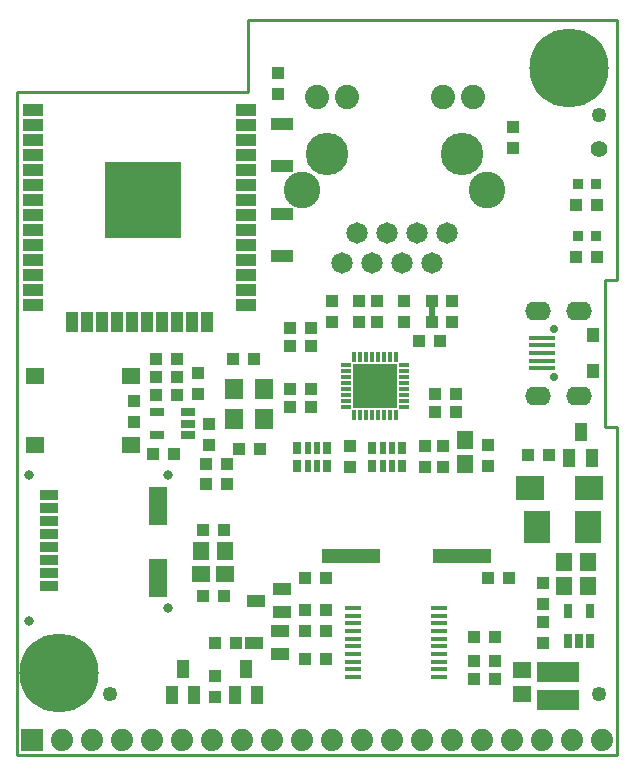
<source format=gbr>
G04 #@! TF.GenerationSoftware,KiCad,Pcbnew,no-vcs-found-36e5906~58~ubuntu16.04.1*
G04 #@! TF.CreationDate,2017-07-11T16:23:02+03:00*
G04 #@! TF.ProjectId,ESP32-GATEWAY_Rev_B,45535033322D474154455741595F5265,A*
G04 #@! TF.SameCoordinates,Original
G04 #@! TF.FileFunction,Soldermask,Top*
G04 #@! TF.FilePolarity,Negative*
%FSLAX46Y46*%
G04 Gerber Fmt 4.6, Leading zero omitted, Abs format (unit mm)*
G04 Created by KiCad (PCBNEW no-vcs-found-36e5906~58~ubuntu16.04.1) date Tue Jul 11 16:23:02 2017*
%MOMM*%
%LPD*%
G01*
G04 APERTURE LIST*
%ADD10C,0.100000*%
%ADD11C,0.254000*%
%ADD12R,1.371600X0.426600*%
%ADD13C,1.254000*%
%ADD14C,1.600000*%
%ADD15C,6.700000*%
%ADD16R,3.701600X3.701600*%
%ADD17R,0.800000X0.800000*%
%ADD18R,1.822400X1.822400*%
%ADD19R,0.351600X0.901600*%
%ADD20R,0.901600X0.351600*%
%ADD21R,1.117600X1.117600*%
%ADD22R,0.601600X0.881600*%
%ADD23C,1.700000*%
%ADD24C,2.400000*%
%ADD25R,6.400000X6.400000*%
%ADD26R,1.801600X1.001600*%
%ADD27R,1.001600X1.801600*%
%ADD28R,1.601600X3.201600*%
%ADD29C,0.800000*%
%ADD30R,1.601600X0.901600*%
%ADD31C,3.600000*%
%ADD32C,2.050000*%
%ADD33C,3.100000*%
%ADD34C,1.810000*%
%ADD35R,1.625600X1.371600*%
%ADD36R,1.371600X1.625600*%
%ADD37R,1.600000X1.800000*%
%ADD38C,1.400000*%
%ADD39R,3.601600X1.701600*%
%ADD40R,0.901600X0.901600*%
%ADD41R,0.482600X1.117600*%
%ADD42R,0.736600X1.117600*%
%ADD43R,0.651600X1.301600*%
%ADD44R,1.879600X1.117600*%
%ADD45R,2.400000X2.100000*%
%ADD46R,1.101600X1.501600*%
%ADD47R,4.927600X1.201600*%
%ADD48R,1.501600X1.101600*%
%ADD49R,1.301600X0.651600*%
%ADD50O,2.200000X1.600000*%
%ADD51R,1.100000X1.200000*%
%ADD52C,0.700000*%
%ADD53R,2.250000X0.425000*%
%ADD54C,1.879600*%
%ADD55R,1.879600X1.879600*%
%ADD56R,2.178000X2.686000*%
G04 APERTURE END LIST*
D10*
D11*
X120396000Y-101473000D02*
X120396000Y-129286000D01*
X119380000Y-101473000D02*
X120396000Y-101473000D01*
X119380000Y-89027000D02*
X119380000Y-101473000D01*
X120396000Y-89027000D02*
X119380000Y-89027000D01*
X120396000Y-67056000D02*
X120396000Y-89027000D01*
X120396000Y-67056000D02*
X89154000Y-67056000D01*
X69596000Y-129286000D02*
X120396000Y-129286000D01*
X69596000Y-73152000D02*
X69596000Y-129286000D01*
X89154000Y-73152000D02*
X89154000Y-67056000D01*
X69596000Y-73152000D02*
X89154000Y-73152000D01*
D12*
X105346500Y-122686000D03*
X105346500Y-122036000D03*
X105346500Y-121386000D03*
X105346500Y-120736000D03*
X105346500Y-120086000D03*
X105346500Y-119436000D03*
X105346500Y-118786000D03*
X105346500Y-118136000D03*
X105346500Y-117486000D03*
X105346500Y-116836000D03*
X98107500Y-116836000D03*
X98107500Y-117486000D03*
X98107500Y-118136000D03*
X98107500Y-118786000D03*
X98107500Y-119436000D03*
X98107500Y-120086000D03*
X98107500Y-120736000D03*
X98107500Y-121386000D03*
X98107500Y-122036000D03*
X98107500Y-122686000D03*
D13*
X118872000Y-124079000D03*
D14*
X113919000Y-71120000D03*
X118745000Y-71120000D03*
X117983000Y-72771000D03*
X114681000Y-72898000D03*
X117983000Y-69469000D03*
X114681000Y-69469000D03*
X116332000Y-73533000D03*
X116332000Y-68707000D03*
D15*
X116332000Y-71120000D03*
X73152000Y-122301000D03*
D14*
X73152000Y-119888000D03*
X73152000Y-124714000D03*
X71501000Y-120650000D03*
X74803000Y-120650000D03*
X71501000Y-124079000D03*
X74803000Y-123952000D03*
X75565000Y-122301000D03*
X70739000Y-122301000D03*
D16*
X99949000Y-98044000D03*
D17*
X101249000Y-97544000D03*
X101249000Y-98544000D03*
X100449000Y-99344000D03*
X99449000Y-99344000D03*
X98649000Y-98544000D03*
X98649000Y-97544000D03*
X99449000Y-96744000D03*
X100449000Y-96744000D03*
D18*
X99949000Y-98044000D03*
D19*
X98199000Y-95594000D03*
X98699000Y-95594000D03*
X99199000Y-95594000D03*
X99699000Y-95594000D03*
X100199000Y-95594000D03*
X100699000Y-95594000D03*
X101199000Y-95594000D03*
X101699000Y-95594000D03*
D20*
X102399000Y-96294000D03*
X102399000Y-96794000D03*
X102399000Y-97294000D03*
X102399000Y-97794000D03*
X102399000Y-98294000D03*
X102399000Y-98794000D03*
X102399000Y-99294000D03*
X102399000Y-99794000D03*
D19*
X101699000Y-100494000D03*
X101199000Y-100494000D03*
X100699000Y-100494000D03*
X100199000Y-100494000D03*
X99699000Y-100494000D03*
X99199000Y-100494000D03*
X98699000Y-100494000D03*
X98199000Y-100494000D03*
D20*
X97499000Y-99794000D03*
X97499000Y-99294000D03*
X97499000Y-98794000D03*
X97499000Y-98294000D03*
X97499000Y-97794000D03*
X97499000Y-97294000D03*
X97499000Y-96794000D03*
X97499000Y-96294000D03*
D21*
X104775000Y-92583000D03*
X104775000Y-90805000D03*
D22*
X104775000Y-91694000D03*
D23*
X77969600Y-84682800D03*
D24*
X80281000Y-82346000D03*
D25*
X80310000Y-82333000D03*
D26*
X89010000Y-74673000D03*
X89010000Y-75943000D03*
X89010000Y-77213000D03*
X89010000Y-78483000D03*
X89010000Y-79753000D03*
X89010000Y-81023000D03*
X89010000Y-82293000D03*
X89010000Y-83563000D03*
X89010000Y-84833000D03*
X89010000Y-86103000D03*
X89010000Y-87373000D03*
X89010000Y-88643000D03*
X89010000Y-89913000D03*
X89010000Y-91183000D03*
D27*
X85740000Y-92633000D03*
X84470000Y-92633000D03*
X83200000Y-92633000D03*
X81930000Y-92633000D03*
X80660000Y-92633000D03*
X79390000Y-92633000D03*
X78120000Y-92633000D03*
X76850000Y-92633000D03*
X75580000Y-92633000D03*
X74310000Y-92633000D03*
D26*
X71010000Y-91143000D03*
X71010000Y-89873000D03*
X71010000Y-88603000D03*
X71010000Y-87333000D03*
X71010000Y-86063000D03*
X71010000Y-84793000D03*
X71010000Y-83523000D03*
X71010000Y-82253000D03*
X71010000Y-80983000D03*
X71010000Y-79713000D03*
X71010000Y-78443000D03*
X71010000Y-77173000D03*
X71010000Y-75903000D03*
X71010000Y-74633000D03*
D23*
X82643200Y-84682800D03*
X77969600Y-79983800D03*
X82643200Y-79983800D03*
X80281000Y-79983800D03*
X80281000Y-84682800D03*
X77969600Y-82219000D03*
X82643200Y-82219000D03*
D28*
X81577000Y-114275000D03*
X81577000Y-108215000D03*
D29*
X70607000Y-105585000D03*
X82407000Y-105585000D03*
X82407000Y-116855000D03*
X70607000Y-117945000D03*
D30*
X72327000Y-107275000D03*
X72327000Y-108375000D03*
X72327000Y-109475000D03*
X72327000Y-110575000D03*
X72327000Y-111675000D03*
X72327000Y-112775000D03*
X72327000Y-113875000D03*
X72327000Y-114975000D03*
D31*
X95885000Y-78359000D03*
X107315000Y-78359000D03*
D32*
X105670000Y-73610500D03*
X94990000Y-73610500D03*
D33*
X93800000Y-81409000D03*
X109400000Y-81409000D03*
D32*
X108210000Y-73610500D03*
X97530000Y-73610500D03*
D34*
X97165000Y-87599000D03*
X98435000Y-85059000D03*
X99705000Y-87599000D03*
X100975000Y-85059000D03*
X102245000Y-87599000D03*
X103515000Y-85059000D03*
X104785000Y-87599000D03*
X106055000Y-85059000D03*
D35*
X112395000Y-122047000D03*
X112395000Y-124079000D03*
D21*
X105664000Y-104902000D03*
X105664000Y-103124000D03*
X104140000Y-104902000D03*
X104140000Y-103124000D03*
D36*
X85217000Y-112014000D03*
X87249000Y-112014000D03*
D21*
X106426000Y-92583000D03*
X106426000Y-90805000D03*
X109474000Y-104775000D03*
X109474000Y-102997000D03*
X97790000Y-104902000D03*
X97790000Y-103124000D03*
X103632000Y-94234000D03*
X105410000Y-94234000D03*
X94488000Y-94615000D03*
X92710000Y-94615000D03*
X94488000Y-99822000D03*
X92710000Y-99822000D03*
X92710000Y-98298000D03*
X94488000Y-98298000D03*
X105029000Y-98679000D03*
X106807000Y-98679000D03*
D37*
X90551000Y-100838000D03*
X90551000Y-98298000D03*
X88011000Y-98298000D03*
X88011000Y-100838000D03*
D38*
X118872000Y-77978000D03*
D39*
X115443000Y-124644000D03*
X115443000Y-122244000D03*
D36*
X107569000Y-104648000D03*
X107569000Y-102616000D03*
D35*
X85217000Y-113919000D03*
X87249000Y-113919000D03*
D40*
X117094000Y-85344000D03*
X118618000Y-85344000D03*
D21*
X83185000Y-95758000D03*
X81407000Y-95758000D03*
X82931000Y-103759000D03*
X81153000Y-103759000D03*
X85852000Y-102997000D03*
X85852000Y-101219000D03*
X91694000Y-71501000D03*
X91694000Y-73279000D03*
X111633000Y-77851000D03*
X111633000Y-76073000D03*
X98552000Y-90805000D03*
X98552000Y-92583000D03*
X85344000Y-115824000D03*
X87122000Y-115824000D03*
X96266000Y-92583000D03*
X96266000Y-90805000D03*
X102362000Y-90805000D03*
X102362000Y-92583000D03*
X100076000Y-92583000D03*
X100076000Y-90805000D03*
X90170000Y-103378000D03*
X88392000Y-103378000D03*
X110109000Y-122809000D03*
X108331000Y-122809000D03*
X87884000Y-95758000D03*
X89662000Y-95758000D03*
X106807000Y-100203000D03*
X105029000Y-100203000D03*
X94488000Y-93091000D03*
X92710000Y-93091000D03*
X110109000Y-121285000D03*
X108331000Y-121285000D03*
X95758000Y-116967000D03*
X93980000Y-116967000D03*
D41*
X94996000Y-104775000D03*
X94234000Y-104775000D03*
X94996000Y-103251000D03*
X94234000Y-103251000D03*
D42*
X95885000Y-104775000D03*
X95885000Y-103251000D03*
X93345000Y-104775000D03*
X93345000Y-103251000D03*
X102235000Y-104775000D03*
X102235000Y-103251000D03*
X99695000Y-104775000D03*
X99695000Y-103251000D03*
D41*
X101346000Y-104775000D03*
X100584000Y-104775000D03*
X101346000Y-103251000D03*
X100584000Y-103251000D03*
D43*
X118171000Y-117064000D03*
X116271000Y-117064000D03*
X118171000Y-119664000D03*
X117221000Y-119664000D03*
X116271000Y-119664000D03*
D21*
X85344000Y-110236000D03*
X87122000Y-110236000D03*
D35*
X71120000Y-97155000D03*
X79248000Y-97155000D03*
X71120000Y-102997000D03*
X79248000Y-102997000D03*
D44*
X92075000Y-86995000D03*
X92075000Y-83439000D03*
X92075000Y-79375000D03*
X92075000Y-75819000D03*
D13*
X77470000Y-124079000D03*
X118872000Y-75057000D03*
D21*
X93980000Y-114300000D03*
X95758000Y-114300000D03*
X109474000Y-114300000D03*
X111252000Y-114300000D03*
X93980000Y-121158000D03*
X95758000Y-121158000D03*
X108331000Y-119253000D03*
X110109000Y-119253000D03*
X79502000Y-101092000D03*
X79502000Y-99314000D03*
D45*
X113070000Y-106680000D03*
X118070000Y-106680000D03*
D46*
X117345460Y-101894640D03*
X118300500Y-104104440D03*
X116398040Y-104104440D03*
D47*
X97917000Y-112395000D03*
X107315000Y-112395000D03*
D48*
X89829640Y-116207540D03*
X92039440Y-115252500D03*
X92039440Y-117154960D03*
X89702640Y-119763540D03*
X91912440Y-118808500D03*
X91912440Y-120710960D03*
D21*
X114681000Y-103886000D03*
X112903000Y-103886000D03*
X93980000Y-118745000D03*
X95758000Y-118745000D03*
X83185000Y-97282000D03*
X81407000Y-97282000D03*
X81407000Y-98806000D03*
X83185000Y-98806000D03*
X84963000Y-98679000D03*
X84963000Y-96901000D03*
X116967000Y-87122000D03*
X118745000Y-87122000D03*
X114173000Y-119761000D03*
X114173000Y-117983000D03*
X114173000Y-114681000D03*
X114173000Y-116459000D03*
D36*
X117983000Y-112903000D03*
X115951000Y-112903000D03*
X115951000Y-114935000D03*
X117983000Y-114935000D03*
D21*
X86360000Y-119761000D03*
X88138000Y-119761000D03*
D49*
X81504000Y-100269000D03*
X81504000Y-102169000D03*
X84104000Y-100269000D03*
X84104000Y-101219000D03*
X84104000Y-102169000D03*
D46*
X88077000Y-124163000D03*
X89977000Y-124163000D03*
X89027000Y-121963000D03*
X82743000Y-124163000D03*
X84643000Y-124163000D03*
X83693000Y-121963000D03*
D21*
X86360000Y-122555000D03*
X86360000Y-124333000D03*
D50*
X117217000Y-91650000D03*
X113747000Y-91650000D03*
X113747000Y-98850000D03*
X117217000Y-98850000D03*
D51*
X118367000Y-93750000D03*
X118367000Y-96750000D03*
D52*
X115067000Y-93250000D03*
X115067000Y-97250000D03*
D53*
X114067000Y-93950000D03*
X114067000Y-94600000D03*
X114067000Y-95250000D03*
X114067000Y-95900000D03*
X114067000Y-96550000D03*
D54*
X111506000Y-128016000D03*
X114046000Y-128016000D03*
X119126000Y-128016000D03*
X116586000Y-128016000D03*
X106426000Y-128016000D03*
X108966000Y-128016000D03*
X103886000Y-128016000D03*
X101346000Y-128016000D03*
X96266000Y-128016000D03*
X98806000Y-128016000D03*
X93726000Y-128016000D03*
X91186000Y-128016000D03*
X86106000Y-128016000D03*
X88646000Y-128016000D03*
X83566000Y-128016000D03*
X81026000Y-128016000D03*
D55*
X70866000Y-128016000D03*
D54*
X73406000Y-128016000D03*
X75946000Y-128016000D03*
X78486000Y-128016000D03*
D40*
X117094000Y-80899000D03*
X118618000Y-80899000D03*
D21*
X116967000Y-82677000D03*
X118745000Y-82677000D03*
X87376000Y-106299000D03*
X85598000Y-106299000D03*
X85598000Y-104648000D03*
X87376000Y-104648000D03*
D56*
X113647000Y-109982000D03*
X118001000Y-109982000D03*
M02*

</source>
